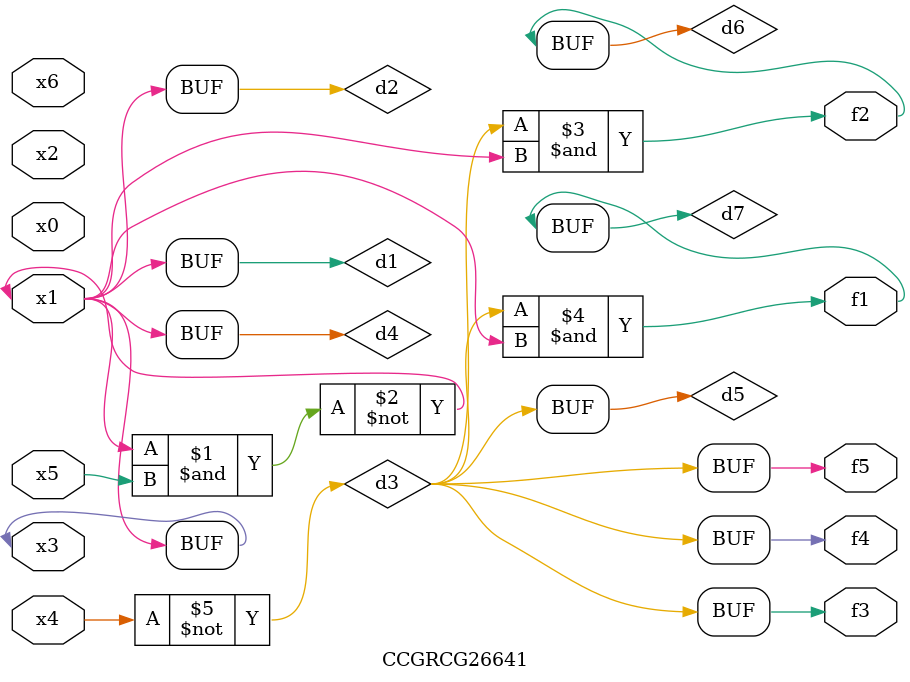
<source format=v>
module CCGRCG26641(
	input x0, x1, x2, x3, x4, x5, x6,
	output f1, f2, f3, f4, f5
);

	wire d1, d2, d3, d4, d5, d6, d7;

	buf (d1, x1, x3);
	nand (d2, x1, x5);
	not (d3, x4);
	buf (d4, d1, d2);
	buf (d5, d3);
	and (d6, d3, d4);
	and (d7, d3, d4);
	assign f1 = d7;
	assign f2 = d6;
	assign f3 = d5;
	assign f4 = d5;
	assign f5 = d5;
endmodule

</source>
